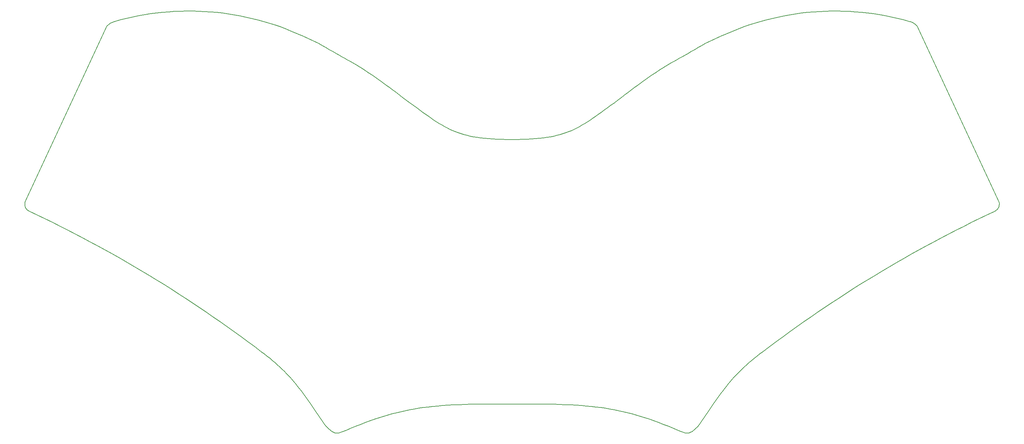
<source format=gbr>
%TF.GenerationSoftware,KiCad,Pcbnew,(5.1.12-1-10_14)*%
%TF.CreationDate,2021-12-22T17:20:03-05:00*%
%TF.ProjectId,keebwirdv1,6b656562-7769-4726-9476-312e6b696361,rev?*%
%TF.SameCoordinates,Original*%
%TF.FileFunction,Profile,NP*%
%FSLAX46Y46*%
G04 Gerber Fmt 4.6, Leading zero omitted, Abs format (unit mm)*
G04 Created by KiCad (PCBNEW (5.1.12-1-10_14)) date 2021-12-22 17:20:03*
%MOMM*%
%LPD*%
G01*
G04 APERTURE LIST*
%TA.AperFunction,Profile*%
%ADD10C,0.200000*%
%TD*%
G04 APERTURE END LIST*
D10*
X98662555Y-145947407D02*
X98855431Y-146146908D01*
X98855431Y-146146908D02*
X99040056Y-146333961D01*
X99040056Y-146333961D02*
X99217055Y-146508747D01*
X99217055Y-146508747D02*
X99387058Y-146671451D01*
X99387058Y-146671451D02*
X99550692Y-146822254D01*
X99550692Y-146822254D02*
X99708586Y-146961341D01*
X99708586Y-146961341D02*
X100009664Y-147205096D01*
X100009664Y-147205096D02*
X100295315Y-147404180D01*
X100295315Y-147404180D02*
X100570563Y-147560056D01*
X100570563Y-147560056D02*
X100840434Y-147674189D01*
X100840434Y-147674189D02*
X101109951Y-147748043D01*
X101109951Y-147748043D02*
X101384137Y-147783083D01*
X101384137Y-147783083D02*
X101668018Y-147780772D01*
X101668018Y-147780772D02*
X101966617Y-147742574D01*
X101966617Y-147742574D02*
X102284958Y-147669954D01*
X102284958Y-147669954D02*
X102628065Y-147564377D01*
X102628065Y-147564377D02*
X103000963Y-147427305D01*
X103000963Y-147427305D02*
X103200154Y-147347416D01*
X103200154Y-147347416D02*
X103408676Y-147260203D01*
X103408676Y-147260203D02*
X103627158Y-147165849D01*
X103627158Y-147165849D02*
X103856228Y-147064537D01*
X82305121Y-127096685D02*
X80580437Y-125790137D01*
X80580437Y-125790137D02*
X78847357Y-124495354D01*
X78847357Y-124495354D02*
X77105942Y-123212372D01*
X77105942Y-123212372D02*
X75356253Y-121941229D01*
X75356253Y-121941229D02*
X73598354Y-120681963D01*
X73598354Y-120681963D02*
X71832304Y-119434611D01*
X71832304Y-119434611D02*
X70058167Y-118199210D01*
X70058167Y-118199210D02*
X68276004Y-116975798D01*
X68276004Y-116975798D02*
X66485876Y-115764412D01*
X66485876Y-115764412D02*
X64687845Y-114565089D01*
X64687845Y-114565089D02*
X62881974Y-113377868D01*
X62881974Y-113377868D02*
X61068323Y-112202785D01*
X61068323Y-112202785D02*
X59246955Y-111039877D01*
X59246955Y-111039877D02*
X57417931Y-109889184D01*
X57417931Y-109889184D02*
X55581314Y-108750740D01*
X55581314Y-108750740D02*
X53737164Y-107624585D01*
X53737164Y-107624585D02*
X51885543Y-106510756D01*
X51885543Y-106510756D02*
X50026514Y-105409289D01*
X50026514Y-105409289D02*
X48160138Y-104320223D01*
X48160138Y-104320223D02*
X46286477Y-103243595D01*
X46286477Y-103243595D02*
X44405593Y-102179442D01*
X44405593Y-102179442D02*
X42517546Y-101127801D01*
X42517546Y-101127801D02*
X40622400Y-100088711D01*
X40622400Y-100088711D02*
X38720215Y-99062208D01*
X38720215Y-99062208D02*
X36811054Y-98048330D01*
X36811054Y-98048330D02*
X34894979Y-97047115D01*
X34894979Y-97047115D02*
X32972050Y-96058599D01*
X32972050Y-96058599D02*
X31042330Y-95082821D01*
X31042330Y-95082821D02*
X29105881Y-94119817D01*
X29105881Y-94119817D02*
X27162764Y-93169625D01*
X27162764Y-93169625D02*
X25213041Y-92232283D01*
X25213041Y-92232283D02*
X23256774Y-91307828D01*
X270025310Y-88780771D02*
X249240427Y-44111283D01*
X195444815Y-48481657D02*
X194428502Y-49061783D01*
X194428502Y-49061783D02*
X193469590Y-49607546D01*
X193469590Y-49607546D02*
X192564372Y-50121568D01*
X192564372Y-50121568D02*
X191709142Y-50606470D01*
X191709142Y-50606470D02*
X190900194Y-51064873D01*
X190900194Y-51064873D02*
X190133820Y-51499401D01*
X190133820Y-51499401D02*
X189406316Y-51912673D01*
X189406316Y-51912673D02*
X188713973Y-52307313D01*
X188713973Y-52307313D02*
X188053087Y-52685942D01*
X188053087Y-52685942D02*
X187419949Y-53051182D01*
X187419949Y-53051182D02*
X186810855Y-53405654D01*
X186810855Y-53405654D02*
X186222097Y-53751980D01*
X186222097Y-53751980D02*
X185649969Y-54092783D01*
X185649969Y-54092783D02*
X185090764Y-54430683D01*
X185090764Y-54430683D02*
X184540777Y-54768303D01*
X184540777Y-54768303D02*
X183996300Y-55108264D01*
X183996300Y-55108264D02*
X183453627Y-55453188D01*
X183453627Y-55453188D02*
X182909053Y-55805698D01*
X182909053Y-55805698D02*
X182358869Y-56168413D01*
X182358869Y-56168413D02*
X181799371Y-56543958D01*
X181799371Y-56543958D02*
X181226851Y-56934952D01*
X181226851Y-56934952D02*
X180637604Y-57344019D01*
X180637604Y-57344019D02*
X180027921Y-57773779D01*
X180027921Y-57773779D02*
X179394098Y-58226855D01*
X179394098Y-58226855D02*
X178732428Y-58705868D01*
X178732428Y-58705868D02*
X178039204Y-59213440D01*
X178039204Y-59213440D02*
X177310720Y-59752193D01*
X177310720Y-59752193D02*
X176543270Y-60324748D01*
X176543270Y-60324748D02*
X175733146Y-60933728D01*
X175733146Y-60933728D02*
X174876643Y-61581754D01*
X174876643Y-61581754D02*
X173970055Y-62271448D01*
X173970055Y-62271448D02*
X173009674Y-63005432D01*
X199254299Y-46709133D02*
X195444608Y-48480016D01*
X22185952Y-88782509D02*
X22102157Y-89064209D01*
X22102157Y-89064209D02*
X22061399Y-89348236D01*
X22061399Y-89348236D02*
X22061971Y-89630564D01*
X22061971Y-89630564D02*
X22102168Y-89907169D01*
X22102168Y-89907169D02*
X22180282Y-90174026D01*
X22180282Y-90174026D02*
X22294607Y-90427111D01*
X22294607Y-90427111D02*
X22443436Y-90662399D01*
X22443436Y-90662399D02*
X22625064Y-90875867D01*
X22625064Y-90875867D02*
X22837783Y-91063489D01*
X22837783Y-91063489D02*
X23079888Y-91221241D01*
X23079888Y-91221241D02*
X23256774Y-91307828D01*
X45115402Y-42891447D02*
X44885660Y-42947297D01*
X44885660Y-42947297D02*
X44660378Y-43016139D01*
X44660378Y-43016139D02*
X44440068Y-43097680D01*
X44440068Y-43097680D02*
X44225244Y-43191628D01*
X44225244Y-43191628D02*
X44016417Y-43297690D01*
X44016417Y-43297690D02*
X43814101Y-43415575D01*
X43814101Y-43415575D02*
X43618808Y-43544991D01*
X43618808Y-43544991D02*
X43431053Y-43685643D01*
X43431053Y-43685643D02*
X43251347Y-43837242D01*
X43251347Y-43837242D02*
X43080203Y-43999493D01*
X43080203Y-43999493D02*
X42971118Y-44113435D01*
X103856228Y-147064537D02*
X105147269Y-146529287D01*
X105147269Y-146529287D02*
X106402779Y-146021850D01*
X106402779Y-146021850D02*
X107626498Y-145541557D01*
X107626498Y-145541557D02*
X108822169Y-145087741D01*
X108822169Y-145087741D02*
X109993534Y-144659734D01*
X109993534Y-144659734D02*
X111144335Y-144256870D01*
X111144335Y-144256870D02*
X112278314Y-143878480D01*
X112278314Y-143878480D02*
X113399212Y-143523897D01*
X113399212Y-143523897D02*
X114510773Y-143192454D01*
X114510773Y-143192454D02*
X115616737Y-142883482D01*
X115616737Y-142883482D02*
X116720847Y-142596316D01*
X116720847Y-142596316D02*
X117826844Y-142330286D01*
X117826844Y-142330286D02*
X118938471Y-142084726D01*
X118938471Y-142084726D02*
X120059470Y-141858968D01*
X120059470Y-141858968D02*
X121193583Y-141652345D01*
X121193583Y-141652345D02*
X122344551Y-141464189D01*
X122344551Y-141464189D02*
X123516117Y-141293833D01*
X123516117Y-141293833D02*
X124712022Y-141140609D01*
X124712022Y-141140609D02*
X125936009Y-141003849D01*
X125936009Y-141003849D02*
X127191820Y-140882887D01*
X127191820Y-140882887D02*
X128483196Y-140777054D01*
X128483196Y-140777054D02*
X129813879Y-140685684D01*
X129813879Y-140685684D02*
X131187613Y-140608108D01*
X131187613Y-140608108D02*
X132608137Y-140543659D01*
X132608137Y-140543659D02*
X134079196Y-140491671D01*
X134079196Y-140491671D02*
X135604529Y-140451474D01*
X135604529Y-140451474D02*
X137187880Y-140422403D01*
X137187880Y-140422403D02*
X138832991Y-140403789D01*
X138832991Y-140403789D02*
X140543603Y-140394964D01*
X140543603Y-140394964D02*
X142323459Y-140395262D01*
X142323459Y-140395262D02*
X144176299Y-140404014D01*
X144176299Y-140404014D02*
X146105868Y-140420555D01*
X119202061Y-63005432D02*
X118241679Y-62271448D01*
X118241679Y-62271448D02*
X117335091Y-61581754D01*
X117335091Y-61581754D02*
X116478588Y-60933728D01*
X116478588Y-60933728D02*
X115668464Y-60324748D01*
X115668464Y-60324748D02*
X114901014Y-59752193D01*
X114901014Y-59752193D02*
X114172530Y-59213440D01*
X114172530Y-59213440D02*
X113479306Y-58705868D01*
X113479306Y-58705868D02*
X112817636Y-58226855D01*
X112817636Y-58226855D02*
X112183813Y-57773779D01*
X112183813Y-57773779D02*
X111574131Y-57344019D01*
X111574131Y-57344019D02*
X110984883Y-56934952D01*
X110984883Y-56934952D02*
X110412363Y-56543958D01*
X110412363Y-56543958D02*
X109852865Y-56168413D01*
X109852865Y-56168413D02*
X109302682Y-55805698D01*
X109302682Y-55805698D02*
X108758107Y-55453188D01*
X108758107Y-55453188D02*
X108215435Y-55108264D01*
X108215435Y-55108264D02*
X107670958Y-54768303D01*
X107670958Y-54768303D02*
X107120971Y-54430683D01*
X107120971Y-54430683D02*
X106561766Y-54092783D01*
X106561766Y-54092783D02*
X105989638Y-53751980D01*
X105989638Y-53751980D02*
X105400880Y-53405654D01*
X105400880Y-53405654D02*
X104791785Y-53051182D01*
X104791785Y-53051182D02*
X104158648Y-52685942D01*
X104158648Y-52685942D02*
X103497761Y-52307313D01*
X103497761Y-52307313D02*
X102805419Y-51912673D01*
X102805419Y-51912673D02*
X102077914Y-51499401D01*
X102077914Y-51499401D02*
X101311541Y-51064873D01*
X101311541Y-51064873D02*
X100502593Y-50606470D01*
X100502593Y-50606470D02*
X99647363Y-50121568D01*
X99647363Y-50121568D02*
X98742145Y-49607546D01*
X98742145Y-49607546D02*
X97783233Y-49061783D01*
X97783233Y-49061783D02*
X96766921Y-48481657D01*
X209906611Y-127096681D02*
X209155272Y-127658073D01*
X209155272Y-127658073D02*
X208433808Y-128215122D01*
X208433808Y-128215122D02*
X207740781Y-128768439D01*
X207740781Y-128768439D02*
X207074751Y-129318639D01*
X207074751Y-129318639D02*
X206434282Y-129866335D01*
X206434282Y-129866335D02*
X205817935Y-130412138D01*
X205817935Y-130412138D02*
X205224273Y-130956663D01*
X205224273Y-130956663D02*
X204651857Y-131500522D01*
X204651857Y-131500522D02*
X204099250Y-132044329D01*
X204099250Y-132044329D02*
X203565013Y-132588696D01*
X203565013Y-132588696D02*
X203047709Y-133134236D01*
X203047709Y-133134236D02*
X202545900Y-133681564D01*
X202545900Y-133681564D02*
X202058147Y-134231291D01*
X202058147Y-134231291D02*
X201583013Y-134784031D01*
X201583013Y-134784031D02*
X201119061Y-135340396D01*
X201119061Y-135340396D02*
X200664851Y-135901000D01*
X200664851Y-135901000D02*
X200218946Y-136466457D01*
X200218946Y-136466457D02*
X199779909Y-137037378D01*
X199779909Y-137037378D02*
X199346300Y-137614377D01*
X199346300Y-137614377D02*
X198916683Y-138198067D01*
X198916683Y-138198067D02*
X198489619Y-138789062D01*
X198489619Y-138789062D02*
X198063670Y-139387973D01*
X198063670Y-139387973D02*
X197637399Y-139995415D01*
X197637399Y-139995415D02*
X197209367Y-140612000D01*
X197209367Y-140612000D02*
X196778137Y-141238342D01*
X196778137Y-141238342D02*
X196342270Y-141875053D01*
X196342270Y-141875053D02*
X195900329Y-142522746D01*
X195900329Y-142522746D02*
X195450875Y-143182035D01*
X195450875Y-143182035D02*
X194992472Y-143853532D01*
X194992472Y-143853532D02*
X194523680Y-144537851D01*
X194523680Y-144537851D02*
X194043062Y-145235605D01*
X194043062Y-145235605D02*
X193549180Y-145947407D01*
X96767128Y-48480016D02*
X92957437Y-46709133D01*
X42971309Y-44111283D02*
X22186426Y-88780771D01*
X92956840Y-46711013D02*
X91547591Y-46073068D01*
X91547591Y-46073068D02*
X90127115Y-45468126D01*
X90127115Y-45468126D02*
X88695982Y-44896232D01*
X88695982Y-44896232D02*
X87254759Y-44357431D01*
X87254759Y-44357431D02*
X85804017Y-43851770D01*
X85804017Y-43851770D02*
X84344324Y-43379292D01*
X84344324Y-43379292D02*
X82876251Y-42940044D01*
X82876251Y-42940044D02*
X81400365Y-42534072D01*
X81400365Y-42534072D02*
X79917236Y-42161420D01*
X79917236Y-42161420D02*
X78427434Y-41822134D01*
X78427434Y-41822134D02*
X76931527Y-41516260D01*
X76931527Y-41516260D02*
X75430085Y-41243843D01*
X75430085Y-41243843D02*
X73923677Y-41004928D01*
X73923677Y-41004928D02*
X72412872Y-40799561D01*
X72412872Y-40799561D02*
X70898239Y-40627788D01*
X70898239Y-40627788D02*
X69380348Y-40489653D01*
X69380348Y-40489653D02*
X67859768Y-40385202D01*
X67859768Y-40385202D02*
X66337068Y-40314481D01*
X66337068Y-40314481D02*
X64812816Y-40277535D01*
X64812816Y-40277535D02*
X63287583Y-40274410D01*
X63287583Y-40274410D02*
X61761938Y-40305150D01*
X61761938Y-40305150D02*
X60236449Y-40369802D01*
X60236449Y-40369802D02*
X58711686Y-40468411D01*
X58711686Y-40468411D02*
X57188218Y-40601022D01*
X57188218Y-40601022D02*
X55666615Y-40767681D01*
X55666615Y-40767681D02*
X54147444Y-40968433D01*
X54147444Y-40968433D02*
X52631277Y-41203323D01*
X52631277Y-41203323D02*
X51118681Y-41472398D01*
X51118681Y-41472398D02*
X49610227Y-41775702D01*
X49610227Y-41775702D02*
X48106483Y-42113281D01*
X48106483Y-42113281D02*
X46608018Y-42485181D01*
X46608018Y-42485181D02*
X45115402Y-42891447D01*
X173009674Y-63005432D02*
X172102142Y-63667541D01*
X172102142Y-63667541D02*
X171234179Y-64304199D01*
X171234179Y-64304199D02*
X170402258Y-64915696D01*
X170402258Y-64915696D02*
X169602855Y-65502322D01*
X169602855Y-65502322D02*
X168832442Y-66064368D01*
X168832442Y-66064368D02*
X168087494Y-66602126D01*
X168087494Y-66602126D02*
X167364485Y-67115884D01*
X167364485Y-67115884D02*
X166659889Y-67605936D01*
X166659889Y-67605936D02*
X165970180Y-68072570D01*
X165970180Y-68072570D02*
X165291831Y-68516077D01*
X165291831Y-68516077D02*
X164621318Y-68936749D01*
X164621318Y-68936749D02*
X163955113Y-69334876D01*
X163955113Y-69334876D02*
X163289691Y-69710748D01*
X163289691Y-69710748D02*
X162621526Y-70064657D01*
X162621526Y-70064657D02*
X161947092Y-70396893D01*
X161947092Y-70396893D02*
X161262863Y-70707747D01*
X161262863Y-70707747D02*
X160565313Y-70997508D01*
X160565313Y-70997508D02*
X159850916Y-71266469D01*
X159850916Y-71266469D02*
X159116146Y-71514920D01*
X159116146Y-71514920D02*
X158357477Y-71743151D01*
X158357477Y-71743151D02*
X157571383Y-71951453D01*
X157571383Y-71951453D02*
X156754338Y-72140117D01*
X156754338Y-72140117D02*
X155902816Y-72309433D01*
X155902816Y-72309433D02*
X155013291Y-72459692D01*
X155013291Y-72459692D02*
X154082237Y-72591186D01*
X154082237Y-72591186D02*
X153106128Y-72704203D01*
X153106128Y-72704203D02*
X152081439Y-72799036D01*
X152081439Y-72799036D02*
X151004642Y-72875975D01*
X151004642Y-72875975D02*
X149872213Y-72935310D01*
X149872213Y-72935310D02*
X148680625Y-72977332D01*
X148680625Y-72977332D02*
X147426351Y-73002333D01*
X147426351Y-73002333D02*
X146105868Y-73010602D01*
X249240618Y-44113435D02*
X249075467Y-43944243D01*
X249075467Y-43944243D02*
X248901412Y-43785511D01*
X248901412Y-43785511D02*
X248718966Y-43637528D01*
X248718966Y-43637528D02*
X248528641Y-43500589D01*
X248528641Y-43500589D02*
X248330951Y-43374985D01*
X248330951Y-43374985D02*
X248126407Y-43261008D01*
X248126407Y-43261008D02*
X247915524Y-43158951D01*
X247915524Y-43158951D02*
X247698814Y-43069106D01*
X247698814Y-43069106D02*
X247476790Y-42991766D01*
X247476790Y-42991766D02*
X247249964Y-42927222D01*
X247249964Y-42927222D02*
X247096334Y-42891447D01*
X268954962Y-91307828D02*
X266998694Y-92232283D01*
X266998694Y-92232283D02*
X265048971Y-93169625D01*
X265048971Y-93169625D02*
X263105854Y-94119817D01*
X263105854Y-94119817D02*
X261169405Y-95082821D01*
X261169405Y-95082821D02*
X259239685Y-96058599D01*
X259239685Y-96058599D02*
X257316756Y-97047115D01*
X257316756Y-97047115D02*
X255400681Y-98048330D01*
X255400681Y-98048330D02*
X253491520Y-99062208D01*
X253491520Y-99062208D02*
X251589335Y-100088711D01*
X251589335Y-100088711D02*
X249694189Y-101127801D01*
X249694189Y-101127801D02*
X247806142Y-102179442D01*
X247806142Y-102179442D02*
X245925258Y-103243595D01*
X245925258Y-103243595D02*
X244051597Y-104320223D01*
X244051597Y-104320223D02*
X242185221Y-105409289D01*
X242185221Y-105409289D02*
X240326192Y-106510756D01*
X240326192Y-106510756D02*
X238474571Y-107624585D01*
X238474571Y-107624585D02*
X236630421Y-108750740D01*
X236630421Y-108750740D02*
X234793804Y-109889184D01*
X234793804Y-109889184D02*
X232964780Y-111039877D01*
X232964780Y-111039877D02*
X231143412Y-112202785D01*
X231143412Y-112202785D02*
X229329761Y-113377868D01*
X229329761Y-113377868D02*
X227523890Y-114565089D01*
X227523890Y-114565089D02*
X225725859Y-115764412D01*
X225725859Y-115764412D02*
X223935731Y-116975798D01*
X223935731Y-116975798D02*
X222153568Y-118199210D01*
X222153568Y-118199210D02*
X220379431Y-119434611D01*
X220379431Y-119434611D02*
X218613381Y-120681963D01*
X218613381Y-120681963D02*
X216855482Y-121941229D01*
X216855482Y-121941229D02*
X215105793Y-123212372D01*
X215105793Y-123212372D02*
X213364378Y-124495354D01*
X213364378Y-124495354D02*
X211631298Y-125790137D01*
X211631298Y-125790137D02*
X209906615Y-127096685D01*
X268954962Y-91307828D02*
X269215708Y-91172224D01*
X269215708Y-91172224D02*
X269448207Y-91004068D01*
X269448207Y-91004068D02*
X269650752Y-90807384D01*
X269650752Y-90807384D02*
X269821637Y-90586196D01*
X269821637Y-90586196D02*
X269959154Y-90344528D01*
X269959154Y-90344528D02*
X270061599Y-90086405D01*
X270061599Y-90086405D02*
X270127263Y-89815852D01*
X270127263Y-89815852D02*
X270154441Y-89536892D01*
X270154441Y-89536892D02*
X270141427Y-89253551D01*
X270141427Y-89253551D02*
X270086513Y-88969852D01*
X270086513Y-88969852D02*
X270025784Y-88782509D01*
X98662555Y-145947407D02*
X98168672Y-145235605D01*
X98168672Y-145235605D02*
X97688054Y-144537851D01*
X97688054Y-144537851D02*
X97219263Y-143853532D01*
X97219263Y-143853532D02*
X96760859Y-143182035D01*
X96760859Y-143182035D02*
X96311405Y-142522746D01*
X96311405Y-142522746D02*
X95869464Y-141875053D01*
X95869464Y-141875053D02*
X95433598Y-141238342D01*
X95433598Y-141238342D02*
X95002367Y-140612000D01*
X95002367Y-140612000D02*
X94574336Y-139995415D01*
X94574336Y-139995415D02*
X94148064Y-139387973D01*
X94148064Y-139387973D02*
X93722116Y-138789062D01*
X93722116Y-138789062D02*
X93295052Y-138198067D01*
X93295052Y-138198067D02*
X92865435Y-137614377D01*
X92865435Y-137614377D02*
X92431826Y-137037378D01*
X92431826Y-137037378D02*
X91992789Y-136466457D01*
X91992789Y-136466457D02*
X91546884Y-135901000D01*
X91546884Y-135901000D02*
X91092674Y-135340396D01*
X91092674Y-135340396D02*
X90628721Y-134784031D01*
X90628721Y-134784031D02*
X90153588Y-134231291D01*
X90153588Y-134231291D02*
X89665835Y-133681564D01*
X89665835Y-133681564D02*
X89164026Y-133134236D01*
X89164026Y-133134236D02*
X88646722Y-132588696D01*
X88646722Y-132588696D02*
X88112485Y-132044329D01*
X88112485Y-132044329D02*
X87559878Y-131500522D01*
X87559878Y-131500522D02*
X86987462Y-130956663D01*
X86987462Y-130956663D02*
X86393800Y-130412138D01*
X86393800Y-130412138D02*
X85777453Y-129866335D01*
X85777453Y-129866335D02*
X85136984Y-129318639D01*
X85136984Y-129318639D02*
X84470954Y-128768439D01*
X84470954Y-128768439D02*
X83777927Y-128215122D01*
X83777927Y-128215122D02*
X83056463Y-127658073D01*
X83056463Y-127658073D02*
X82305125Y-127096681D01*
X119202061Y-63005432D02*
X120109592Y-63667541D01*
X120109592Y-63667541D02*
X120977555Y-64304199D01*
X120977555Y-64304199D02*
X121809476Y-64915696D01*
X121809476Y-64915696D02*
X122608879Y-65502322D01*
X122608879Y-65502322D02*
X123379292Y-66064368D01*
X123379292Y-66064368D02*
X124124240Y-66602126D01*
X124124240Y-66602126D02*
X124847249Y-67115884D01*
X124847249Y-67115884D02*
X125551845Y-67605936D01*
X125551845Y-67605936D02*
X126241555Y-68072570D01*
X126241555Y-68072570D02*
X126919903Y-68516077D01*
X126919903Y-68516077D02*
X127590417Y-68936749D01*
X127590417Y-68936749D02*
X128256622Y-69334876D01*
X128256622Y-69334876D02*
X128922044Y-69710748D01*
X128922044Y-69710748D02*
X129590209Y-70064657D01*
X129590209Y-70064657D02*
X130264643Y-70396893D01*
X130264643Y-70396893D02*
X130948872Y-70707747D01*
X130948872Y-70707747D02*
X131646422Y-70997508D01*
X131646422Y-70997508D02*
X132360819Y-71266469D01*
X132360819Y-71266469D02*
X133095589Y-71514920D01*
X133095589Y-71514920D02*
X133854258Y-71743151D01*
X133854258Y-71743151D02*
X134640352Y-71951453D01*
X134640352Y-71951453D02*
X135457397Y-72140117D01*
X135457397Y-72140117D02*
X136308919Y-72309433D01*
X136308919Y-72309433D02*
X137198444Y-72459692D01*
X137198444Y-72459692D02*
X138129498Y-72591186D01*
X138129498Y-72591186D02*
X139105607Y-72704203D01*
X139105607Y-72704203D02*
X140130296Y-72799036D01*
X140130296Y-72799036D02*
X141207093Y-72875975D01*
X141207093Y-72875975D02*
X142339522Y-72935310D01*
X142339522Y-72935310D02*
X143531110Y-72977332D01*
X143531110Y-72977332D02*
X144785384Y-73002333D01*
X144785384Y-73002333D02*
X146105868Y-73010602D01*
X193549180Y-145947407D02*
X193356303Y-146146908D01*
X193356303Y-146146908D02*
X193171679Y-146333961D01*
X193171679Y-146333961D02*
X192994679Y-146508747D01*
X192994679Y-146508747D02*
X192824676Y-146671451D01*
X192824676Y-146671451D02*
X192661042Y-146822254D01*
X192661042Y-146822254D02*
X192503148Y-146961341D01*
X192503148Y-146961341D02*
X192202071Y-147205096D01*
X192202071Y-147205096D02*
X191916420Y-147404180D01*
X191916420Y-147404180D02*
X191641171Y-147560056D01*
X191641171Y-147560056D02*
X191371301Y-147674189D01*
X191371301Y-147674189D02*
X191101784Y-147748043D01*
X191101784Y-147748043D02*
X190827598Y-147783083D01*
X190827598Y-147783083D02*
X190543717Y-147780772D01*
X190543717Y-147780772D02*
X190245118Y-147742574D01*
X190245118Y-147742574D02*
X189926777Y-147669954D01*
X189926777Y-147669954D02*
X189583670Y-147564377D01*
X189583670Y-147564377D02*
X189210772Y-147427305D01*
X189210772Y-147427305D02*
X189011581Y-147347416D01*
X189011581Y-147347416D02*
X188803059Y-147260203D01*
X188803059Y-147260203D02*
X188584577Y-147165849D01*
X188584577Y-147165849D02*
X188355508Y-147064537D01*
X188355508Y-147064537D02*
X187064466Y-146529287D01*
X187064466Y-146529287D02*
X185808956Y-146021850D01*
X185808956Y-146021850D02*
X184585237Y-145541557D01*
X184585237Y-145541557D02*
X183389566Y-145087741D01*
X183389566Y-145087741D02*
X182218201Y-144659734D01*
X182218201Y-144659734D02*
X181067400Y-144256870D01*
X181067400Y-144256870D02*
X179933421Y-143878480D01*
X179933421Y-143878480D02*
X178812523Y-143523897D01*
X178812523Y-143523897D02*
X177700962Y-143192454D01*
X177700962Y-143192454D02*
X176594998Y-142883482D01*
X176594998Y-142883482D02*
X175490888Y-142596316D01*
X175490888Y-142596316D02*
X174384891Y-142330286D01*
X174384891Y-142330286D02*
X173273264Y-142084726D01*
X173273264Y-142084726D02*
X172152265Y-141858968D01*
X172152265Y-141858968D02*
X171018152Y-141652345D01*
X171018152Y-141652345D02*
X169867184Y-141464189D01*
X169867184Y-141464189D02*
X168695618Y-141293833D01*
X168695618Y-141293833D02*
X167499713Y-141140609D01*
X167499713Y-141140609D02*
X166275726Y-141003849D01*
X166275726Y-141003849D02*
X165019915Y-140882887D01*
X165019915Y-140882887D02*
X163728539Y-140777054D01*
X163728539Y-140777054D02*
X162397856Y-140685684D01*
X162397856Y-140685684D02*
X161024122Y-140608108D01*
X161024122Y-140608108D02*
X159603598Y-140543659D01*
X159603598Y-140543659D02*
X158132539Y-140491671D01*
X158132539Y-140491671D02*
X156607206Y-140451474D01*
X156607206Y-140451474D02*
X155023855Y-140422403D01*
X155023855Y-140422403D02*
X153378744Y-140403789D01*
X153378744Y-140403789D02*
X151668132Y-140394964D01*
X151668132Y-140394964D02*
X149888276Y-140395262D01*
X149888276Y-140395262D02*
X148035436Y-140404014D01*
X148035436Y-140404014D02*
X146105868Y-140420555D01*
X247096334Y-42891447D02*
X245603717Y-42485181D01*
X245603717Y-42485181D02*
X244105252Y-42113281D01*
X244105252Y-42113281D02*
X242601508Y-41775702D01*
X242601508Y-41775702D02*
X241093053Y-41472398D01*
X241093053Y-41472398D02*
X239580458Y-41203323D01*
X239580458Y-41203323D02*
X238064290Y-40968433D01*
X238064290Y-40968433D02*
X236545120Y-40767681D01*
X236545120Y-40767681D02*
X235023516Y-40601022D01*
X235023516Y-40601022D02*
X233500049Y-40468411D01*
X233500049Y-40468411D02*
X231975286Y-40369802D01*
X231975286Y-40369802D02*
X230449797Y-40305150D01*
X230449797Y-40305150D02*
X228924151Y-40274410D01*
X228924151Y-40274410D02*
X227398918Y-40277535D01*
X227398918Y-40277535D02*
X225874667Y-40314481D01*
X225874667Y-40314481D02*
X224351967Y-40385202D01*
X224351967Y-40385202D02*
X222831386Y-40489653D01*
X222831386Y-40489653D02*
X221313495Y-40627788D01*
X221313495Y-40627788D02*
X219798863Y-40799561D01*
X219798863Y-40799561D02*
X218288058Y-41004928D01*
X218288058Y-41004928D02*
X216781650Y-41243843D01*
X216781650Y-41243843D02*
X215280208Y-41516260D01*
X215280208Y-41516260D02*
X213784301Y-41822134D01*
X213784301Y-41822134D02*
X212294499Y-42161420D01*
X212294499Y-42161420D02*
X210811370Y-42534072D01*
X210811370Y-42534072D02*
X209335484Y-42940044D01*
X209335484Y-42940044D02*
X207867411Y-43379292D01*
X207867411Y-43379292D02*
X206407718Y-43851770D01*
X206407718Y-43851770D02*
X204956976Y-44357431D01*
X204956976Y-44357431D02*
X203515753Y-44896232D01*
X203515753Y-44896232D02*
X202084620Y-45468126D01*
X202084620Y-45468126D02*
X200664144Y-46073068D01*
X200664144Y-46073068D02*
X199254896Y-46711013D01*
M02*

</source>
